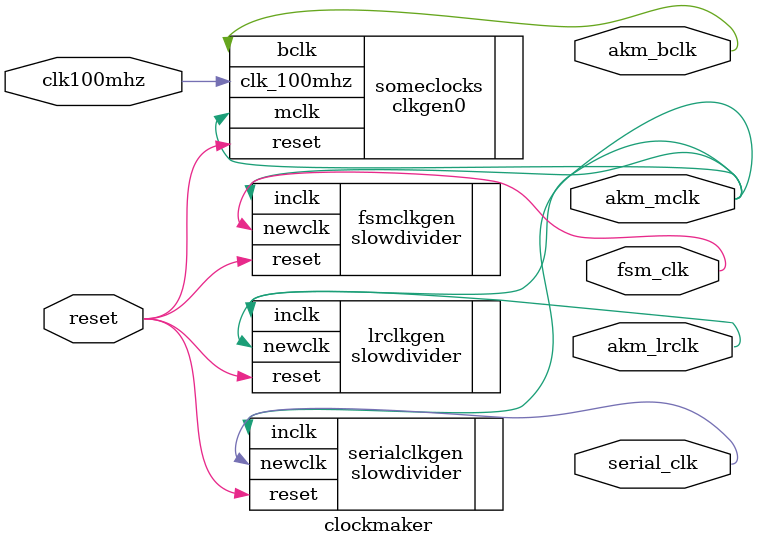
<source format=v>
`timescale 1ns / 1ps

//mclk is 24.5760MHz
//lrclk is 192KHz
//bclk is 12.2880MHz
//serial_clk is 9.6KHz

module clockmaker(
input wire clk100mhz, reset,
output wire akm_mclk, akm_lrclk, akm_bclk, serial_clk, fsm_clk
    );
    clkgen0 someclocks(.clk_100mhz(clk100mhz), .mclk(akm_mclk), .bclk(akm_bclk), .reset(reset)); //akm_mclk is exactly 24.5760mhz, bclk is exactly 12.2880MHz
    slowdivider #(.LOGLENGTH(7), .COUNTVAL(64)) lrclkgen(.inclk(akm_mclk), .reset(reset), .newclk(akm_lrclk)); //lrclk is exactly 192KHz
    slowdivider #(.LOGLENGTH(11), .COUNTVAL(1280)) serialclkgen(.inclk(akm_mclk), .reset(reset), .newclk(serial_clk)); //serial_clk is exactly 9.6KHz
    slowdivider #(.LOGLENGTH(20), .COUNTVAL(245760)) fsmclkgen(.inclk(akm_mclk), .reset(reset), .newclk(fsm_clk)); //fsm_clk 1khz
endmodule

</source>
